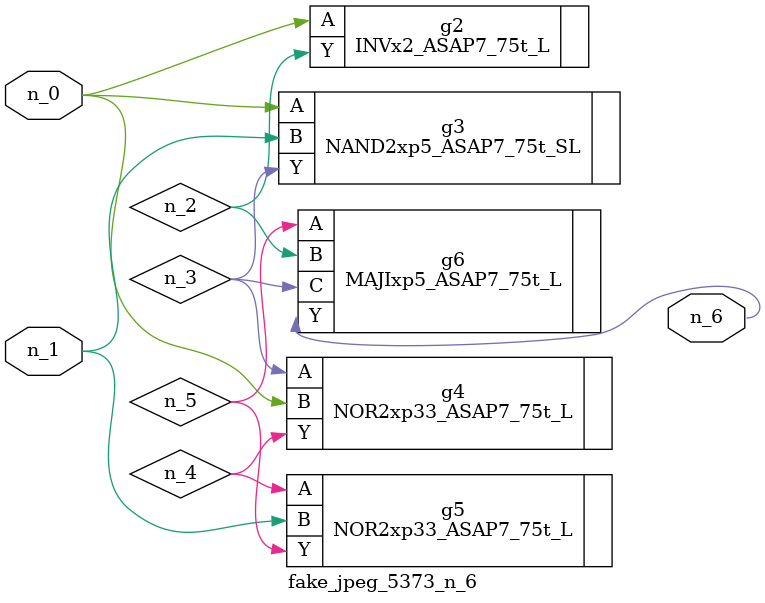
<source format=v>
module fake_jpeg_5373_n_6 (n_0, n_1, n_6);

input n_0;
input n_1;

output n_6;

wire n_3;
wire n_2;
wire n_4;
wire n_5;

INVx2_ASAP7_75t_L g2 ( 
.A(n_0),
.Y(n_2)
);

NAND2xp5_ASAP7_75t_SL g3 ( 
.A(n_0),
.B(n_1),
.Y(n_3)
);

NOR2xp33_ASAP7_75t_L g4 ( 
.A(n_3),
.B(n_0),
.Y(n_4)
);

NOR2xp33_ASAP7_75t_L g5 ( 
.A(n_4),
.B(n_1),
.Y(n_5)
);

MAJIxp5_ASAP7_75t_L g6 ( 
.A(n_5),
.B(n_2),
.C(n_3),
.Y(n_6)
);


endmodule
</source>
